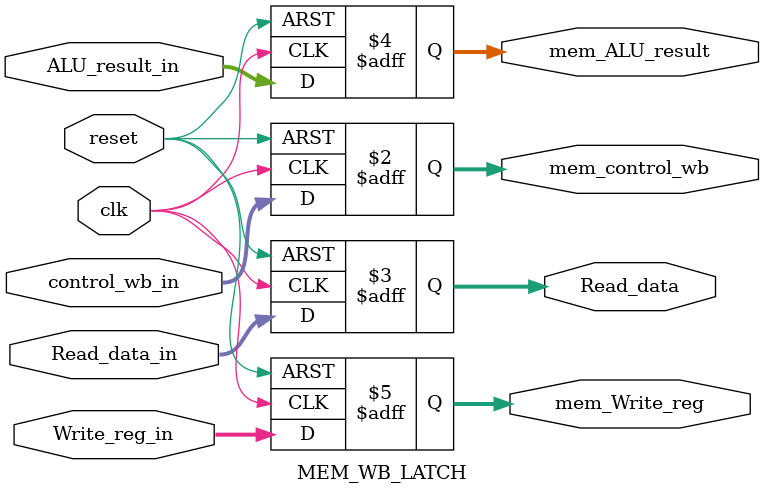
<source format=v>
module MEM_WB_LATCH(
    input clk, reset,
    input [1:0] control_wb_in,
    input [31:0] Read_data_in, ALU_result_in,
    input [4:0] Write_reg_in,
    output reg [1:0] mem_control_wb,
    output reg [31:0] Read_data, mem_ALU_result,
    output reg [4:0] mem_Write_reg
    );
    
    always @(posedge clk or posedge reset)
    begin
        if (reset)
        begin
            mem_control_wb <= 2'b0;
            Read_data <= 32'b0;
            mem_ALU_result <= 32'b0;
            mem_Write_reg <= 5'b0;
        end
        else
        begin
            mem_control_wb <= control_wb_in;
            Read_data <= Read_data_in;
            mem_ALU_result <= ALU_result_in;
            mem_Write_reg <= Write_reg_in;
        end
    end
endmodule

</source>
